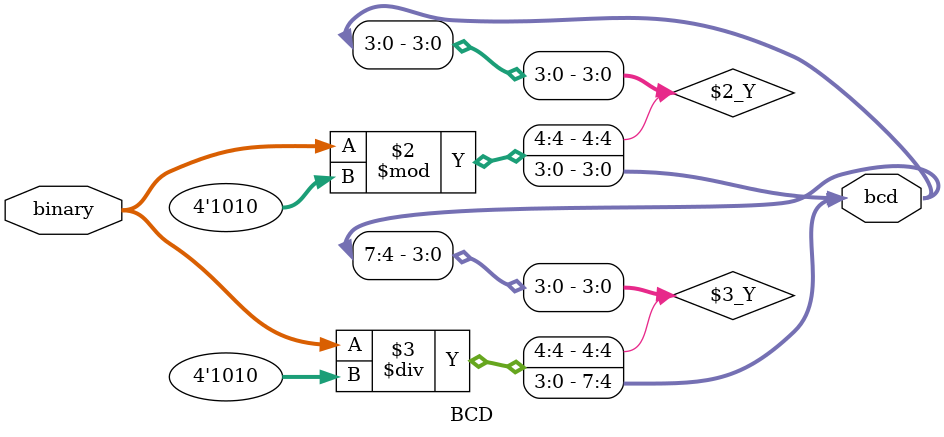
<source format=v>
`timescale 1ns / 1ps

module BCD(
	input [4:0]		   binary,	// 5位二进制数
	output reg [7:0]   bcd      // 十位数[7:4],个位数[3:0]
);

    initial begin
        bcd = 0;
    end

    always @(binary) begin
        bcd[3:0] = binary % 4'b1010;
        bcd[7:4] = binary / 4'b1010;
    end

endmodule

</source>
